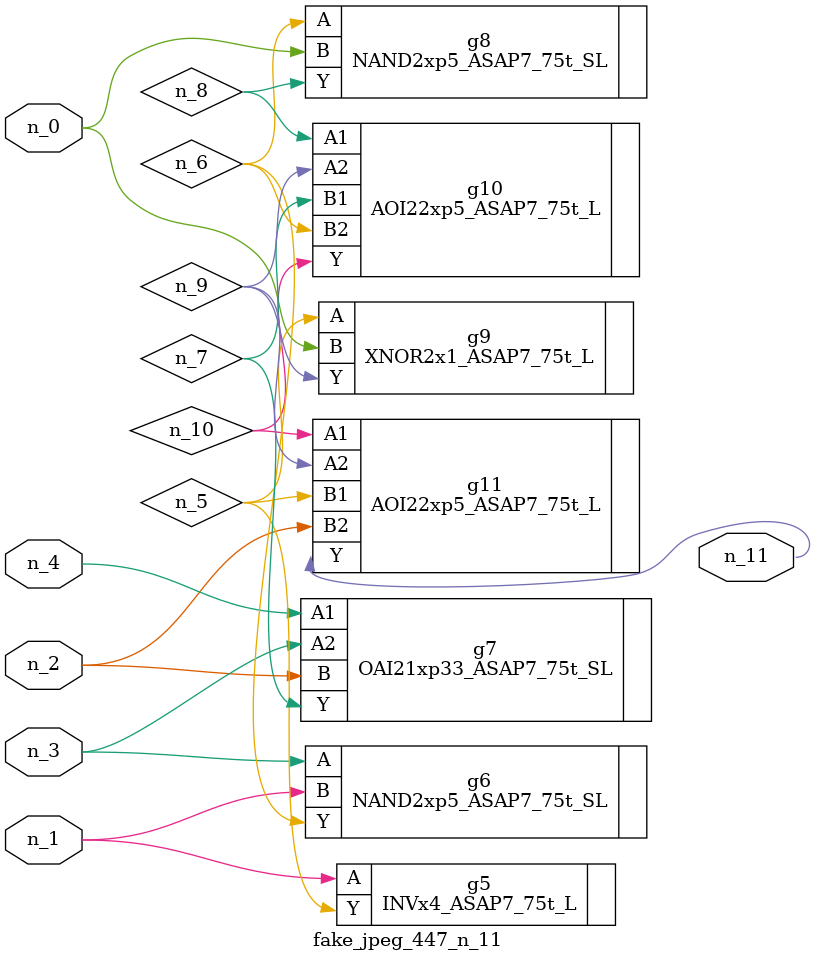
<source format=v>
module fake_jpeg_447_n_11 (n_3, n_2, n_1, n_0, n_4, n_11);

input n_3;
input n_2;
input n_1;
input n_0;
input n_4;

output n_11;

wire n_10;
wire n_8;
wire n_9;
wire n_6;
wire n_5;
wire n_7;

INVx4_ASAP7_75t_L g5 ( 
.A(n_1),
.Y(n_5)
);

NAND2xp5_ASAP7_75t_SL g6 ( 
.A(n_3),
.B(n_1),
.Y(n_6)
);

OAI21xp33_ASAP7_75t_SL g7 ( 
.A1(n_4),
.A2(n_3),
.B(n_2),
.Y(n_7)
);

NAND2xp5_ASAP7_75t_SL g8 ( 
.A(n_6),
.B(n_0),
.Y(n_8)
);

AOI22xp5_ASAP7_75t_L g10 ( 
.A1(n_8),
.A2(n_9),
.B1(n_7),
.B2(n_6),
.Y(n_10)
);

XNOR2x1_ASAP7_75t_L g9 ( 
.A(n_5),
.B(n_0),
.Y(n_9)
);

AOI22xp5_ASAP7_75t_L g11 ( 
.A1(n_10),
.A2(n_9),
.B1(n_5),
.B2(n_2),
.Y(n_11)
);


endmodule
</source>
